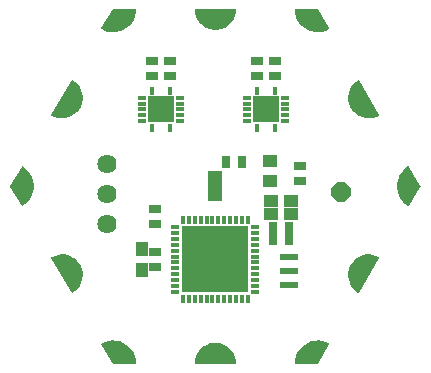
<source format=gbr>
G04 EAGLE Gerber RS-274X export*
G75*
%MOMM*%
%FSLAX34Y34*%
%LPD*%
%INSoldermask Bottom*%
%IPPOS*%
%AMOC8*
5,1,8,0,0,1.08239X$1,22.5*%
G01*
%ADD10R,1.270000X2.540000*%
%ADD11R,1.201600X1.101600*%
%ADD12R,1.001600X0.801600*%
%ADD13R,1.101600X1.201600*%
%ADD14R,0.801600X1.001600*%
%ADD15P,1.759533X8X22.500000*%
%ADD16C,1.625600*%
%ADD17R,0.651600X0.398781*%
%ADD18R,0.398781X0.651600*%
%ADD19R,5.701600X5.701600*%
%ADD20R,1.501597X0.501600*%
%ADD21C,1.101600*%
%ADD22R,0.451600X0.701600*%
%ADD23R,0.701600X0.451600*%
%ADD24R,2.201600X2.201600*%

G36*
X17029Y319D02*
X17029Y319D01*
X17058Y317D01*
X17125Y339D01*
X17195Y353D01*
X17219Y369D01*
X17247Y378D01*
X17300Y425D01*
X17359Y465D01*
X17375Y490D01*
X17397Y509D01*
X17428Y573D01*
X17466Y633D01*
X17471Y662D01*
X17483Y688D01*
X17492Y787D01*
X17499Y829D01*
X17496Y840D01*
X17498Y854D01*
X17266Y3652D01*
X17256Y3685D01*
X17252Y3733D01*
X16563Y6455D01*
X16548Y6486D01*
X16536Y6533D01*
X15408Y9104D01*
X15388Y9132D01*
X15369Y9177D01*
X13833Y11527D01*
X13809Y11552D01*
X13783Y11592D01*
X11881Y13658D01*
X11853Y13678D01*
X11820Y13714D01*
X9605Y15438D01*
X9574Y15454D01*
X9536Y15483D01*
X7066Y16820D01*
X7033Y16830D01*
X6991Y16853D01*
X5805Y17260D01*
X4351Y17759D01*
X4335Y17765D01*
X4301Y17769D01*
X4255Y17785D01*
X1486Y18247D01*
X1451Y18246D01*
X1404Y18254D01*
X-1404Y18254D01*
X-1438Y18247D01*
X-1486Y18247D01*
X-4255Y17785D01*
X-4288Y17772D01*
X-4335Y17765D01*
X-6991Y16853D01*
X-7021Y16835D01*
X-7066Y16820D01*
X-9536Y15483D01*
X-9562Y15461D01*
X-9605Y15438D01*
X-11820Y13714D01*
X-11843Y13687D01*
X-11881Y13658D01*
X-13783Y11592D01*
X-13801Y11563D01*
X-13833Y11527D01*
X-15369Y9177D01*
X-15382Y9144D01*
X-15408Y9104D01*
X-16536Y6533D01*
X-16543Y6499D01*
X-16546Y6493D01*
X-16552Y6484D01*
X-16553Y6478D01*
X-16563Y6455D01*
X-17252Y3733D01*
X-17254Y3698D01*
X-17266Y3652D01*
X-17498Y854D01*
X-17494Y825D01*
X-17499Y796D01*
X-17483Y727D01*
X-17474Y656D01*
X-17460Y631D01*
X-17453Y603D01*
X-17411Y545D01*
X-17376Y484D01*
X-17352Y466D01*
X-17335Y442D01*
X-17274Y406D01*
X-17217Y363D01*
X-17189Y356D01*
X-17164Y341D01*
X-17066Y324D01*
X-17025Y314D01*
X-17014Y316D01*
X-17000Y313D01*
X17000Y313D01*
X17029Y319D01*
G37*
G36*
X1438Y283378D02*
X1438Y283378D01*
X1486Y283378D01*
X4255Y283840D01*
X4288Y283853D01*
X4335Y283861D01*
X6991Y284772D01*
X7021Y284790D01*
X7066Y284805D01*
X9536Y286142D01*
X9562Y286164D01*
X9605Y286187D01*
X11820Y287911D01*
X11843Y287938D01*
X11881Y287967D01*
X13783Y290033D01*
X13801Y290062D01*
X13833Y290098D01*
X15369Y292448D01*
X15382Y292481D01*
X15408Y292521D01*
X16536Y295092D01*
X16543Y295126D01*
X16563Y295170D01*
X17252Y297892D01*
X17254Y297927D01*
X17266Y297973D01*
X17498Y300771D01*
X17494Y300800D01*
X17499Y300829D01*
X17483Y300898D01*
X17474Y300969D01*
X17460Y300994D01*
X17453Y301022D01*
X17411Y301080D01*
X17376Y301141D01*
X17352Y301159D01*
X17335Y301183D01*
X17274Y301219D01*
X17217Y301262D01*
X17189Y301269D01*
X17164Y301284D01*
X17066Y301301D01*
X17025Y301311D01*
X17014Y301309D01*
X17000Y301312D01*
X-17000Y301312D01*
X-17029Y301306D01*
X-17058Y301308D01*
X-17125Y301286D01*
X-17195Y301272D01*
X-17219Y301256D01*
X-17247Y301247D01*
X-17300Y301200D01*
X-17359Y301160D01*
X-17375Y301135D01*
X-17397Y301116D01*
X-17428Y301052D01*
X-17466Y300992D01*
X-17471Y300963D01*
X-17483Y300937D01*
X-17492Y300838D01*
X-17499Y300796D01*
X-17496Y300785D01*
X-17498Y300771D01*
X-17266Y297973D01*
X-17256Y297940D01*
X-17252Y297892D01*
X-16563Y295170D01*
X-16548Y295139D01*
X-16536Y295092D01*
X-15408Y292521D01*
X-15388Y292493D01*
X-15369Y292448D01*
X-13833Y290098D01*
X-13809Y290073D01*
X-13783Y290033D01*
X-11881Y287967D01*
X-11853Y287947D01*
X-11820Y287911D01*
X-9605Y286187D01*
X-9574Y286171D01*
X-9536Y286142D01*
X-7066Y284805D01*
X-7033Y284795D01*
X-6991Y284772D01*
X-4335Y283861D01*
X-4301Y283856D01*
X-4255Y283840D01*
X-1486Y283378D01*
X-1451Y283379D01*
X-1404Y283371D01*
X1404Y283371D01*
X1438Y283378D01*
G37*
G36*
X-121393Y60622D02*
X-121393Y60622D01*
X-121322Y60619D01*
X-121295Y60630D01*
X-121266Y60632D01*
X-121176Y60674D01*
X-121136Y60689D01*
X-121128Y60697D01*
X-121115Y60702D01*
X-118812Y62302D01*
X-118788Y62327D01*
X-118748Y62354D01*
X-116739Y64311D01*
X-116720Y64340D01*
X-116685Y64374D01*
X-115026Y66634D01*
X-115011Y66666D01*
X-114982Y66705D01*
X-113718Y69208D01*
X-113709Y69241D01*
X-113687Y69284D01*
X-112851Y71961D01*
X-112848Y71996D01*
X-112833Y72042D01*
X-112450Y74820D01*
X-112452Y74855D01*
X-112446Y74902D01*
X-112525Y77706D01*
X-112533Y77740D01*
X-112534Y77788D01*
X-113073Y80540D01*
X-113087Y80572D01*
X-113096Y80619D01*
X-114081Y83245D01*
X-114096Y83270D01*
X-114101Y83289D01*
X-114109Y83300D01*
X-114116Y83319D01*
X-115520Y85747D01*
X-115543Y85773D01*
X-115567Y85815D01*
X-117351Y87979D01*
X-117378Y88000D01*
X-117409Y88038D01*
X-119525Y89878D01*
X-119555Y89895D01*
X-119591Y89927D01*
X-121982Y91394D01*
X-122014Y91406D01*
X-122055Y91431D01*
X-124654Y92485D01*
X-124688Y92491D01*
X-124733Y92509D01*
X-127470Y93121D01*
X-127505Y93122D01*
X-127552Y93132D01*
X-130352Y93285D01*
X-130386Y93280D01*
X-130434Y93283D01*
X-133222Y92972D01*
X-133255Y92962D01*
X-133303Y92956D01*
X-136001Y92191D01*
X-136031Y92176D01*
X-136078Y92162D01*
X-138613Y90964D01*
X-138637Y90946D01*
X-138664Y90936D01*
X-138716Y90887D01*
X-138773Y90845D01*
X-138787Y90820D01*
X-138809Y90800D01*
X-138837Y90734D01*
X-138873Y90673D01*
X-138876Y90644D01*
X-138888Y90617D01*
X-138889Y90546D01*
X-138898Y90476D01*
X-138890Y90448D01*
X-138890Y90418D01*
X-138856Y90326D01*
X-138844Y90284D01*
X-138837Y90276D01*
X-138832Y90263D01*
X-121832Y60863D01*
X-121813Y60841D01*
X-121800Y60814D01*
X-121747Y60767D01*
X-121700Y60714D01*
X-121674Y60701D01*
X-121652Y60682D01*
X-121585Y60659D01*
X-121521Y60628D01*
X-121492Y60627D01*
X-121464Y60617D01*
X-121393Y60622D01*
G37*
G36*
X130386Y208345D02*
X130386Y208345D01*
X130434Y208343D01*
X133222Y208653D01*
X133255Y208663D01*
X133303Y208669D01*
X136001Y209434D01*
X136031Y209450D01*
X136078Y209463D01*
X138613Y210661D01*
X138637Y210679D01*
X138664Y210689D01*
X138716Y210738D01*
X138773Y210780D01*
X138787Y210805D01*
X138809Y210825D01*
X138837Y210891D01*
X138873Y210952D01*
X138876Y210981D01*
X138888Y211008D01*
X138889Y211079D01*
X138898Y211149D01*
X138890Y211177D01*
X138890Y211207D01*
X138856Y211299D01*
X138844Y211341D01*
X138837Y211350D01*
X138832Y211362D01*
X121832Y240762D01*
X121813Y240784D01*
X121800Y240811D01*
X121747Y240858D01*
X121700Y240911D01*
X121674Y240924D01*
X121652Y240943D01*
X121585Y240966D01*
X121521Y240997D01*
X121492Y240998D01*
X121464Y241008D01*
X121393Y241003D01*
X121322Y241006D01*
X121295Y240995D01*
X121266Y240993D01*
X121176Y240951D01*
X121136Y240936D01*
X121128Y240929D01*
X121115Y240923D01*
X118812Y239323D01*
X118788Y239298D01*
X118748Y239271D01*
X116739Y237314D01*
X116720Y237285D01*
X116685Y237251D01*
X115026Y234991D01*
X115011Y234959D01*
X114982Y234920D01*
X113718Y232417D01*
X113709Y232384D01*
X113687Y232341D01*
X112851Y229664D01*
X112848Y229629D01*
X112833Y229583D01*
X112450Y226805D01*
X112452Y226770D01*
X112446Y226723D01*
X112525Y223919D01*
X112533Y223885D01*
X112534Y223837D01*
X113073Y221085D01*
X113087Y221053D01*
X113096Y221006D01*
X114081Y218380D01*
X114099Y218351D01*
X114116Y218306D01*
X115520Y215878D01*
X115543Y215852D01*
X115567Y215810D01*
X117351Y213646D01*
X117378Y213625D01*
X117409Y213587D01*
X119525Y211747D01*
X119555Y211730D01*
X119591Y211698D01*
X121982Y210231D01*
X122014Y210219D01*
X122055Y210194D01*
X124654Y209140D01*
X124688Y209134D01*
X124733Y209116D01*
X127470Y208504D01*
X127505Y208503D01*
X127552Y208493D01*
X130352Y208340D01*
X130386Y208345D01*
G37*
G36*
X121426Y60623D02*
X121426Y60623D01*
X121497Y60623D01*
X121524Y60634D01*
X121553Y60637D01*
X121615Y60672D01*
X121680Y60699D01*
X121701Y60720D01*
X121726Y60734D01*
X121789Y60811D01*
X121819Y60841D01*
X121823Y60852D01*
X121832Y60863D01*
X138832Y90263D01*
X138841Y90290D01*
X138858Y90314D01*
X138873Y90384D01*
X138895Y90451D01*
X138893Y90480D01*
X138899Y90509D01*
X138886Y90579D01*
X138880Y90649D01*
X138867Y90675D01*
X138861Y90704D01*
X138821Y90763D01*
X138789Y90826D01*
X138766Y90845D01*
X138750Y90869D01*
X138668Y90926D01*
X138635Y90953D01*
X138625Y90956D01*
X138613Y90964D01*
X136078Y92162D01*
X136044Y92171D01*
X136001Y92191D01*
X133303Y92956D01*
X133268Y92959D01*
X133222Y92972D01*
X130434Y93283D01*
X130400Y93279D01*
X130352Y93285D01*
X127552Y93132D01*
X127518Y93123D01*
X127470Y93121D01*
X124733Y92509D01*
X124701Y92495D01*
X124654Y92485D01*
X122055Y91431D01*
X122026Y91412D01*
X121982Y91394D01*
X119591Y89927D01*
X119566Y89903D01*
X119525Y89878D01*
X117409Y88038D01*
X117388Y88010D01*
X117351Y87979D01*
X115567Y85815D01*
X115551Y85784D01*
X115520Y85747D01*
X114116Y83319D01*
X114105Y83287D01*
X114098Y83274D01*
X114088Y83259D01*
X114088Y83257D01*
X114081Y83245D01*
X113096Y80619D01*
X113090Y80585D01*
X113073Y80540D01*
X112534Y77788D01*
X112534Y77753D01*
X112525Y77706D01*
X112446Y74902D01*
X112452Y74868D01*
X112450Y74820D01*
X112833Y72042D01*
X112845Y72009D01*
X112851Y71961D01*
X113687Y69284D01*
X113704Y69254D01*
X113718Y69208D01*
X114982Y66705D01*
X115004Y66677D01*
X115026Y66634D01*
X116685Y64374D01*
X116711Y64350D01*
X116739Y64311D01*
X118748Y62354D01*
X118777Y62336D01*
X118812Y62302D01*
X121115Y60702D01*
X121142Y60691D01*
X121165Y60672D01*
X121233Y60652D01*
X121298Y60624D01*
X121327Y60624D01*
X121355Y60615D01*
X121426Y60623D01*
G37*
G36*
X-127552Y208493D02*
X-127552Y208493D01*
X-127518Y208502D01*
X-127470Y208504D01*
X-124733Y209116D01*
X-124701Y209130D01*
X-124654Y209140D01*
X-122055Y210194D01*
X-122026Y210213D01*
X-121982Y210231D01*
X-119591Y211698D01*
X-119566Y211722D01*
X-119525Y211747D01*
X-117409Y213587D01*
X-117388Y213615D01*
X-117351Y213646D01*
X-115567Y215810D01*
X-115551Y215841D01*
X-115520Y215878D01*
X-114116Y218306D01*
X-114105Y218338D01*
X-114081Y218380D01*
X-113096Y221006D01*
X-113090Y221040D01*
X-113073Y221085D01*
X-112534Y223837D01*
X-112534Y223872D01*
X-112525Y223919D01*
X-112446Y226723D01*
X-112452Y226757D01*
X-112450Y226805D01*
X-112833Y229583D01*
X-112845Y229616D01*
X-112851Y229664D01*
X-113687Y232341D01*
X-113704Y232371D01*
X-113718Y232417D01*
X-114982Y234920D01*
X-115004Y234948D01*
X-115026Y234991D01*
X-116685Y237251D01*
X-116711Y237275D01*
X-116739Y237314D01*
X-118748Y239271D01*
X-118777Y239289D01*
X-118812Y239323D01*
X-121115Y240923D01*
X-121142Y240934D01*
X-121165Y240953D01*
X-121233Y240973D01*
X-121298Y241001D01*
X-121327Y241001D01*
X-121355Y241010D01*
X-121426Y241002D01*
X-121497Y241002D01*
X-121524Y240991D01*
X-121553Y240988D01*
X-121615Y240953D01*
X-121680Y240926D01*
X-121701Y240905D01*
X-121726Y240891D01*
X-121789Y240814D01*
X-121819Y240784D01*
X-121823Y240773D01*
X-121832Y240762D01*
X-138832Y211362D01*
X-138841Y211335D01*
X-138858Y211311D01*
X-138873Y211241D01*
X-138895Y211174D01*
X-138893Y211145D01*
X-138899Y211116D01*
X-138886Y211046D01*
X-138880Y210976D01*
X-138867Y210950D01*
X-138861Y210921D01*
X-138821Y210862D01*
X-138789Y210799D01*
X-138766Y210780D01*
X-138750Y210756D01*
X-138668Y210699D01*
X-138635Y210672D01*
X-138625Y210669D01*
X-138613Y210661D01*
X-136078Y209463D01*
X-136044Y209454D01*
X-136001Y209434D01*
X-133303Y208669D01*
X-133268Y208666D01*
X-133222Y208653D01*
X-130434Y208343D01*
X-130400Y208346D01*
X-130352Y208340D01*
X-127552Y208493D01*
G37*
G36*
X163727Y133823D02*
X163727Y133823D01*
X163798Y133823D01*
X163825Y133834D01*
X163854Y133837D01*
X163916Y133873D01*
X163981Y133900D01*
X164002Y133921D01*
X164027Y133935D01*
X164090Y134012D01*
X164120Y134043D01*
X164124Y134053D01*
X164133Y134063D01*
X173633Y150563D01*
X173643Y150595D01*
X173652Y150608D01*
X173656Y150633D01*
X173657Y150636D01*
X173688Y150707D01*
X173688Y150730D01*
X173696Y150752D01*
X173690Y150829D01*
X173691Y150906D01*
X173681Y150930D01*
X173680Y150950D01*
X173659Y150990D01*
X173633Y151062D01*
X164133Y167562D01*
X164114Y167583D01*
X164101Y167610D01*
X164048Y167657D01*
X164001Y167711D01*
X163975Y167723D01*
X163954Y167743D01*
X163886Y167766D01*
X163822Y167797D01*
X163793Y167798D01*
X163766Y167807D01*
X163694Y167803D01*
X163623Y167806D01*
X163596Y167796D01*
X163567Y167794D01*
X163477Y167751D01*
X163437Y167737D01*
X163429Y167729D01*
X163416Y167723D01*
X160893Y165982D01*
X160869Y165957D01*
X160831Y165931D01*
X158619Y163807D01*
X158600Y163779D01*
X158566Y163747D01*
X156724Y161295D01*
X156710Y161265D01*
X156681Y161227D01*
X155256Y158512D01*
X155247Y158481D01*
X155231Y158456D01*
X155230Y158448D01*
X155225Y158439D01*
X154254Y155530D01*
X154250Y155496D01*
X154235Y155452D01*
X153743Y152426D01*
X153744Y152392D01*
X153736Y152346D01*
X153736Y149279D01*
X153737Y149276D01*
X153737Y149273D01*
X153743Y149247D01*
X153743Y149246D01*
X153743Y149199D01*
X154235Y146173D01*
X154247Y146141D01*
X154254Y146095D01*
X155225Y143186D01*
X155242Y143157D01*
X155256Y143113D01*
X156681Y140398D01*
X156703Y140371D01*
X156724Y140330D01*
X158566Y137878D01*
X158591Y137856D01*
X158619Y137818D01*
X160831Y135694D01*
X160859Y135676D01*
X160893Y135643D01*
X163416Y133902D01*
X163443Y133890D01*
X163465Y133872D01*
X163534Y133852D01*
X163599Y133824D01*
X163628Y133823D01*
X163656Y133815D01*
X163727Y133823D01*
G37*
G36*
X-163694Y133822D02*
X-163694Y133822D01*
X-163623Y133819D01*
X-163596Y133829D01*
X-163567Y133831D01*
X-163477Y133874D01*
X-163437Y133888D01*
X-163429Y133896D01*
X-163416Y133902D01*
X-160893Y135643D01*
X-160869Y135668D01*
X-160831Y135694D01*
X-158619Y137818D01*
X-158600Y137846D01*
X-158566Y137878D01*
X-156724Y140330D01*
X-156710Y140360D01*
X-156681Y140398D01*
X-155256Y143113D01*
X-155247Y143145D01*
X-155225Y143186D01*
X-154254Y146095D01*
X-154250Y146129D01*
X-154235Y146173D01*
X-153743Y149199D01*
X-153744Y149233D01*
X-153736Y149279D01*
X-153736Y152346D01*
X-153743Y152379D01*
X-153743Y152426D01*
X-154235Y155452D01*
X-154247Y155484D01*
X-154254Y155530D01*
X-155225Y158439D01*
X-155238Y158462D01*
X-155244Y158486D01*
X-155251Y158495D01*
X-155256Y158512D01*
X-156681Y161227D01*
X-156703Y161254D01*
X-156724Y161295D01*
X-158566Y163747D01*
X-158591Y163769D01*
X-158619Y163807D01*
X-160831Y165931D01*
X-160859Y165949D01*
X-160893Y165982D01*
X-163416Y167723D01*
X-163443Y167735D01*
X-163465Y167753D01*
X-163534Y167774D01*
X-163599Y167801D01*
X-163628Y167802D01*
X-163656Y167810D01*
X-163727Y167802D01*
X-163798Y167802D01*
X-163825Y167791D01*
X-163854Y167788D01*
X-163916Y167753D01*
X-163981Y167725D01*
X-164002Y167704D01*
X-164027Y167690D01*
X-164090Y167613D01*
X-164120Y167582D01*
X-164124Y167572D01*
X-164133Y167562D01*
X-173633Y151062D01*
X-173657Y150989D01*
X-173688Y150918D01*
X-173688Y150895D01*
X-173696Y150873D01*
X-173690Y150796D01*
X-173691Y150719D01*
X-173681Y150695D01*
X-173680Y150675D01*
X-173659Y150635D01*
X-173640Y150583D01*
X-173639Y150578D01*
X-173637Y150576D01*
X-173633Y150563D01*
X-164133Y134063D01*
X-164114Y134042D01*
X-164101Y134015D01*
X-164048Y133968D01*
X-164001Y133914D01*
X-163975Y133902D01*
X-163954Y133882D01*
X-163886Y133859D01*
X-163822Y133828D01*
X-163793Y133827D01*
X-163766Y133818D01*
X-163694Y133822D01*
G37*
G36*
X86676Y329D02*
X86676Y329D01*
X86754Y337D01*
X86773Y348D01*
X86795Y353D01*
X86859Y397D01*
X86927Y435D01*
X86943Y454D01*
X86959Y465D01*
X86983Y503D01*
X87033Y563D01*
X96533Y17063D01*
X96542Y17091D01*
X96558Y17114D01*
X96573Y17184D01*
X96596Y17252D01*
X96593Y17281D01*
X96599Y17309D01*
X96586Y17379D01*
X96580Y17450D01*
X96567Y17476D01*
X96561Y17504D01*
X96521Y17563D01*
X96488Y17627D01*
X96466Y17645D01*
X96450Y17669D01*
X96367Y17726D01*
X96335Y17753D01*
X96324Y17756D01*
X96314Y17764D01*
X93548Y19072D01*
X93515Y19080D01*
X93472Y19101D01*
X90532Y19948D01*
X90498Y19951D01*
X90454Y19964D01*
X87416Y20330D01*
X87382Y20327D01*
X87335Y20333D01*
X84278Y20206D01*
X84245Y20198D01*
X84198Y20196D01*
X81201Y19580D01*
X81170Y19567D01*
X81124Y19558D01*
X78264Y18470D01*
X78236Y18451D01*
X78192Y18435D01*
X75544Y16902D01*
X75518Y16879D01*
X75478Y16856D01*
X73110Y14918D01*
X73088Y14892D01*
X73052Y14862D01*
X71025Y12570D01*
X71009Y12540D01*
X70977Y12505D01*
X69345Y9917D01*
X69333Y9886D01*
X69308Y9846D01*
X68112Y7030D01*
X68105Y6996D01*
X68102Y6990D01*
X68098Y6983D01*
X68097Y6978D01*
X68086Y6953D01*
X67358Y3982D01*
X67356Y3948D01*
X67345Y3902D01*
X67102Y852D01*
X67106Y824D01*
X67101Y796D01*
X67118Y726D01*
X67126Y655D01*
X67141Y630D01*
X67147Y603D01*
X67190Y545D01*
X67226Y482D01*
X67248Y465D01*
X67265Y442D01*
X67327Y406D01*
X67384Y362D01*
X67412Y355D01*
X67436Y341D01*
X67536Y324D01*
X67577Y314D01*
X67587Y315D01*
X67600Y313D01*
X86600Y313D01*
X86676Y329D01*
G37*
G36*
X87369Y281298D02*
X87369Y281298D01*
X87416Y281295D01*
X90454Y281661D01*
X90486Y281671D01*
X90532Y281677D01*
X93472Y282524D01*
X93502Y282540D01*
X93548Y282553D01*
X96314Y283861D01*
X96336Y283878D01*
X96363Y283888D01*
X96415Y283937D01*
X96473Y283980D01*
X96487Y284005D01*
X96508Y284025D01*
X96537Y284090D01*
X96573Y284152D01*
X96576Y284181D01*
X96588Y284207D01*
X96589Y284279D01*
X96598Y284349D01*
X96590Y284377D01*
X96591Y284406D01*
X96555Y284500D01*
X96544Y284541D01*
X96537Y284549D01*
X96533Y284562D01*
X87033Y301062D01*
X86981Y301120D01*
X86935Y301183D01*
X86916Y301194D01*
X86901Y301211D01*
X86831Y301244D01*
X86764Y301284D01*
X86740Y301288D01*
X86722Y301297D01*
X86677Y301299D01*
X86600Y301312D01*
X67600Y301312D01*
X67572Y301306D01*
X67544Y301309D01*
X67476Y301286D01*
X67405Y301272D01*
X67382Y301256D01*
X67355Y301247D01*
X67300Y301200D01*
X67241Y301160D01*
X67226Y301136D01*
X67205Y301117D01*
X67173Y301053D01*
X67134Y300992D01*
X67129Y300964D01*
X67117Y300939D01*
X67108Y300837D01*
X67101Y300796D01*
X67103Y300786D01*
X67102Y300773D01*
X67345Y297723D01*
X67354Y297690D01*
X67358Y297643D01*
X68086Y294672D01*
X68101Y294641D01*
X68112Y294595D01*
X69308Y291779D01*
X69327Y291751D01*
X69345Y291708D01*
X70977Y289120D01*
X71001Y289095D01*
X71025Y289055D01*
X73052Y286763D01*
X73079Y286742D01*
X73110Y286707D01*
X75478Y284769D01*
X75508Y284753D01*
X75544Y284723D01*
X78192Y283190D01*
X78224Y283179D01*
X78264Y283155D01*
X81124Y282067D01*
X81157Y282061D01*
X81201Y282045D01*
X84198Y281429D01*
X84232Y281429D01*
X84278Y281419D01*
X87335Y281292D01*
X87369Y281298D01*
G37*
G36*
X-67572Y319D02*
X-67572Y319D01*
X-67544Y316D01*
X-67476Y339D01*
X-67405Y353D01*
X-67382Y369D01*
X-67355Y378D01*
X-67300Y425D01*
X-67241Y465D01*
X-67226Y489D01*
X-67205Y508D01*
X-67173Y572D01*
X-67134Y633D01*
X-67129Y661D01*
X-67117Y686D01*
X-67108Y788D01*
X-67101Y829D01*
X-67103Y839D01*
X-67102Y852D01*
X-67345Y3902D01*
X-67354Y3935D01*
X-67358Y3982D01*
X-68086Y6953D01*
X-68101Y6984D01*
X-68112Y7030D01*
X-69308Y9846D01*
X-69327Y9874D01*
X-69345Y9917D01*
X-70977Y12505D01*
X-71001Y12530D01*
X-71025Y12570D01*
X-73052Y14862D01*
X-73079Y14883D01*
X-73110Y14918D01*
X-75478Y16856D01*
X-75508Y16872D01*
X-75544Y16902D01*
X-78192Y18435D01*
X-78224Y18446D01*
X-78264Y18470D01*
X-81124Y19558D01*
X-81157Y19564D01*
X-81201Y19580D01*
X-84198Y20196D01*
X-84232Y20196D01*
X-84278Y20206D01*
X-87335Y20333D01*
X-87369Y20327D01*
X-87416Y20330D01*
X-90454Y19964D01*
X-90486Y19954D01*
X-90532Y19948D01*
X-93472Y19101D01*
X-93502Y19085D01*
X-93548Y19072D01*
X-96314Y17764D01*
X-96336Y17747D01*
X-96363Y17737D01*
X-96415Y17688D01*
X-96473Y17645D01*
X-96487Y17620D01*
X-96508Y17600D01*
X-96537Y17535D01*
X-96573Y17473D01*
X-96576Y17445D01*
X-96588Y17418D01*
X-96589Y17346D01*
X-96598Y17276D01*
X-96590Y17248D01*
X-96591Y17219D01*
X-96555Y17125D01*
X-96544Y17084D01*
X-96537Y17076D01*
X-96533Y17063D01*
X-87033Y563D01*
X-86981Y505D01*
X-86935Y442D01*
X-86916Y431D01*
X-86901Y414D01*
X-86831Y381D01*
X-86764Y341D01*
X-86740Y337D01*
X-86722Y328D01*
X-86677Y326D01*
X-86600Y313D01*
X-67600Y313D01*
X-67572Y319D01*
G37*
G36*
X-84278Y281419D02*
X-84278Y281419D01*
X-84245Y281427D01*
X-84198Y281429D01*
X-81201Y282045D01*
X-81170Y282058D01*
X-81124Y282067D01*
X-78264Y283155D01*
X-78236Y283174D01*
X-78192Y283190D01*
X-75544Y284723D01*
X-75518Y284746D01*
X-75478Y284769D01*
X-73110Y286707D01*
X-73088Y286733D01*
X-73052Y286763D01*
X-71025Y289055D01*
X-71009Y289085D01*
X-70977Y289120D01*
X-69345Y291708D01*
X-69333Y291740D01*
X-69308Y291779D01*
X-68112Y294595D01*
X-68105Y294629D01*
X-68086Y294672D01*
X-67358Y297643D01*
X-67356Y297677D01*
X-67345Y297723D01*
X-67102Y300773D01*
X-67106Y300801D01*
X-67101Y300829D01*
X-67118Y300899D01*
X-67126Y300970D01*
X-67141Y300995D01*
X-67147Y301022D01*
X-67190Y301080D01*
X-67226Y301143D01*
X-67248Y301160D01*
X-67265Y301183D01*
X-67327Y301219D01*
X-67384Y301263D01*
X-67412Y301270D01*
X-67436Y301284D01*
X-67536Y301301D01*
X-67577Y301311D01*
X-67587Y301310D01*
X-67600Y301312D01*
X-86600Y301312D01*
X-86676Y301296D01*
X-86754Y301288D01*
X-86773Y301277D01*
X-86795Y301272D01*
X-86859Y301228D01*
X-86927Y301190D01*
X-86943Y301171D01*
X-86959Y301160D01*
X-86983Y301122D01*
X-87033Y301062D01*
X-96533Y284562D01*
X-96542Y284534D01*
X-96558Y284511D01*
X-96573Y284441D01*
X-96596Y284373D01*
X-96593Y284345D01*
X-96599Y284316D01*
X-96586Y284246D01*
X-96580Y284175D01*
X-96567Y284149D01*
X-96561Y284121D01*
X-96521Y284062D01*
X-96488Y283998D01*
X-96466Y283980D01*
X-96450Y283956D01*
X-96367Y283899D01*
X-96335Y283872D01*
X-96324Y283869D01*
X-96314Y283861D01*
X-93548Y282553D01*
X-93515Y282545D01*
X-93472Y282524D01*
X-90532Y281677D01*
X-90498Y281674D01*
X-90454Y281661D01*
X-87416Y281295D01*
X-87382Y281298D01*
X-87335Y281292D01*
X-84278Y281419D01*
G37*
D10*
X0Y150813D03*
D11*
X47063Y138113D03*
X64063Y138113D03*
D12*
X-50800Y95400D03*
X-50800Y82400D03*
D13*
X-61913Y97400D03*
X-61913Y80400D03*
D14*
X49063Y115888D03*
X62063Y115888D03*
X49063Y106363D03*
X62063Y106363D03*
D11*
X47063Y127000D03*
X64063Y127000D03*
X46038Y155013D03*
X46038Y172013D03*
D15*
X106363Y146050D03*
D16*
X-92075Y169863D03*
X-92075Y144463D03*
X-92075Y119063D03*
D12*
X71438Y168425D03*
X71438Y155425D03*
X-50800Y131913D03*
X-50800Y118913D03*
D17*
X33800Y116407D03*
X33800Y111406D03*
X33800Y106404D03*
X33800Y101403D03*
X33800Y96402D03*
X33800Y91401D03*
X33800Y86399D03*
X33800Y81398D03*
X33800Y76397D03*
X33800Y71396D03*
X33800Y66394D03*
X33800Y61393D03*
D18*
X27507Y55100D03*
X22506Y55100D03*
X17504Y55100D03*
X12503Y55100D03*
X7502Y55100D03*
X2501Y55100D03*
X-2501Y55100D03*
X-7502Y55100D03*
X-12503Y55100D03*
X-17504Y55100D03*
X-22506Y55100D03*
X-27507Y55100D03*
D17*
X-33800Y61393D03*
X-33800Y66394D03*
X-33800Y71396D03*
X-33800Y76397D03*
X-33800Y81398D03*
X-33800Y86399D03*
X-33800Y91401D03*
X-33800Y96402D03*
X-33800Y101403D03*
X-33800Y106404D03*
X-33800Y111406D03*
X-33800Y116407D03*
D18*
X-27507Y122700D03*
X-22506Y122700D03*
X-17504Y122700D03*
X-12503Y122700D03*
X-7502Y122700D03*
X-2501Y122700D03*
X2501Y122700D03*
X7502Y122700D03*
X12503Y122700D03*
X17504Y122700D03*
X22506Y122700D03*
X27507Y122700D03*
D19*
X0Y88900D03*
D20*
X61913Y67375D03*
X61913Y79375D03*
X61913Y91375D03*
D14*
X9375Y171450D03*
X22375Y171450D03*
D12*
X34925Y244325D03*
X34925Y257325D03*
X50800Y244325D03*
X50800Y257325D03*
X-38100Y244325D03*
X-38100Y257325D03*
X-53975Y244325D03*
X-53975Y257325D03*
D21*
X82600Y293913D03*
X165200Y150813D03*
X82600Y7713D03*
X-82600Y7713D03*
X-165200Y150813D03*
X-82600Y293913D03*
X123900Y222313D03*
X123900Y79313D03*
X0Y7713D03*
X-123900Y79313D03*
X-123900Y222313D03*
X0Y293913D03*
D22*
X50363Y231900D03*
D23*
X58863Y225900D03*
X58863Y220900D03*
X58863Y215900D03*
X58863Y210900D03*
X58863Y205900D03*
D22*
X50363Y199900D03*
X35363Y199900D03*
D23*
X26863Y205900D03*
X26863Y210900D03*
X26863Y215900D03*
X26863Y220900D03*
X26863Y225900D03*
D22*
X35363Y231900D03*
D24*
X42863Y215900D03*
D22*
X-38538Y231900D03*
D23*
X-30038Y225900D03*
X-30038Y220900D03*
X-30038Y215900D03*
X-30038Y210900D03*
X-30038Y205900D03*
D22*
X-38538Y199900D03*
X-53538Y199900D03*
D23*
X-62038Y205900D03*
X-62038Y210900D03*
X-62038Y215900D03*
X-62038Y220900D03*
X-62038Y225900D03*
D22*
X-53538Y231900D03*
D24*
X-46038Y215900D03*
M02*

</source>
